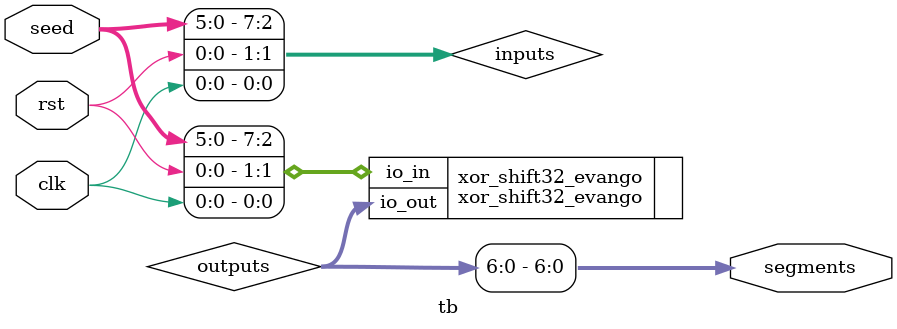
<source format=v>
`default_nettype none
`timescale 1ns/1ps

/*
this testbench just instantiates the module and makes some convenient wires
that can be driven / tested by the cocotb test.py
*/

module tb (
    // testbench is controlled by test.py
    input clk,
    input rst,
    input [5:0] seed,
    output [6:0] segments
   );

    // this part dumps the trace to a vcd file that can be viewed with GTKWave
    initial begin
        $dumpfile ("tb.vcd");
        $dumpvars (0, tb);
        #1;
    end

    // wire up the inputs and outputs
    wire [7:0] inputs = {seed, rst, clk};
    wire [7:0] outputs;
    assign segments = outputs[6:0];

    // instantiate the DUT
    xor_shift32_evango #(.MAX_COUNT(100)) xor_shift32_evango(
        .io_in  (inputs),
        .io_out (outputs)
        );

endmodule

</source>
